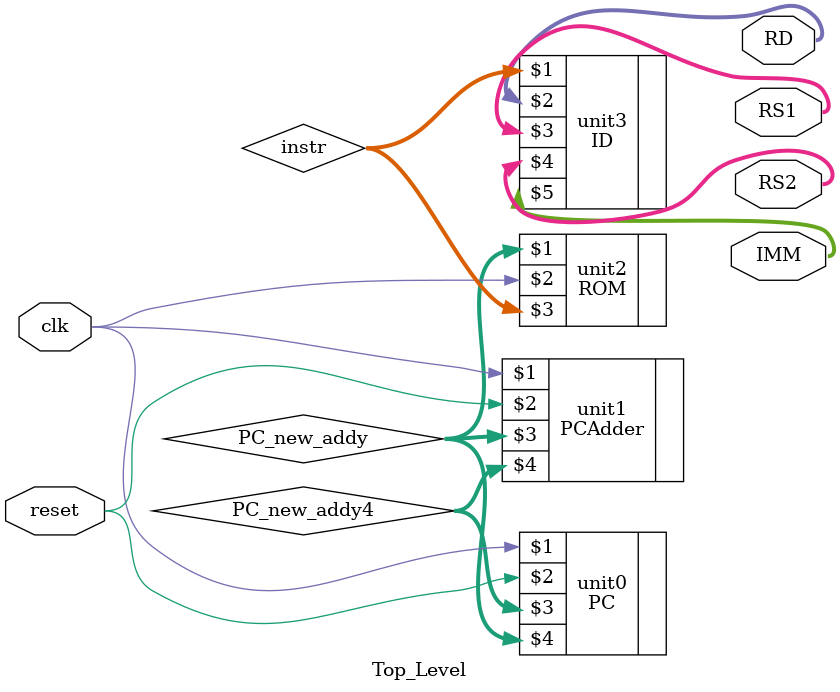
<source format=v>
module Top_Level(clk, reset, RD, RS1, RS2, IMM);

// reset = 0 and clk = 1 works but reset = clk = 0 doesn't 

input clk, reset;

output [4:0] RD, RS1, RS2;
output [11:0] IMM;


wire [31:0] PC_new_addy;
wire [31:0] PC_new_addy4;
wire [31:0] instr;


PC unit0 (clk, reset, PC_new_addy4, PC_new_addy);

PCAdder unit1 (clk, reset, PC_new_addy, PC_new_addy4);


ROM unit2 (PC_new_addy, clk, instr);

ID unit3 (instr , RD, RS1, RS2, IMM);

endmodule
</source>
